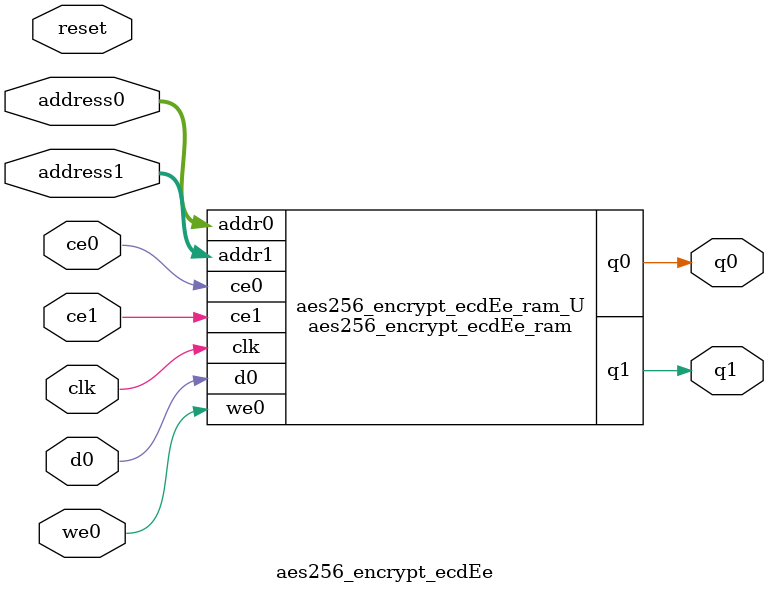
<source format=v>

`timescale 1 ns / 1 ps
module aes256_encrypt_ecdEe_ram (addr0, ce0, d0, we0, q0, addr1, ce1, q1,  clk);

parameter DWIDTH = 1;
parameter AWIDTH = 5;
parameter MEM_SIZE = 32;

input[AWIDTH-1:0] addr0;
input ce0;
input[DWIDTH-1:0] d0;
input we0;
output reg[DWIDTH-1:0] q0;
input[AWIDTH-1:0] addr1;
input ce1;
output reg[DWIDTH-1:0] q1;
input clk;

(* ram_style = "distributed" *)reg [DWIDTH-1:0] ram[0:MEM_SIZE-1];




always @(posedge clk)  
begin 
    if (ce0) 
    begin
        if (we0) 
        begin 
            ram[addr0] <= d0; 
            q0 <= d0;
        end 
        else 
            q0 <= ram[addr0];
    end
end


always @(posedge clk)  
begin 
    if (ce1) 
    begin
            q1 <= ram[addr1];
    end
end


endmodule


`timescale 1 ns / 1 ps
module aes256_encrypt_ecdEe(
    reset,
    clk,
    address0,
    ce0,
    we0,
    d0,
    q0,
    address1,
    ce1,
    q1);

parameter DataWidth = 32'd1;
parameter AddressRange = 32'd32;
parameter AddressWidth = 32'd5;
input reset;
input clk;
input[AddressWidth - 1:0] address0;
input ce0;
input we0;
input[DataWidth - 1:0] d0;
output[DataWidth - 1:0] q0;
input[AddressWidth - 1:0] address1;
input ce1;
output[DataWidth - 1:0] q1;



aes256_encrypt_ecdEe_ram aes256_encrypt_ecdEe_ram_U(
    .clk( clk ),
    .addr0( address0 ),
    .ce0( ce0 ),
    .we0( we0 ),
    .d0( d0 ),
    .q0( q0 ),
    .addr1( address1 ),
    .ce1( ce1 ),
    .q1( q1 ));

endmodule


</source>
